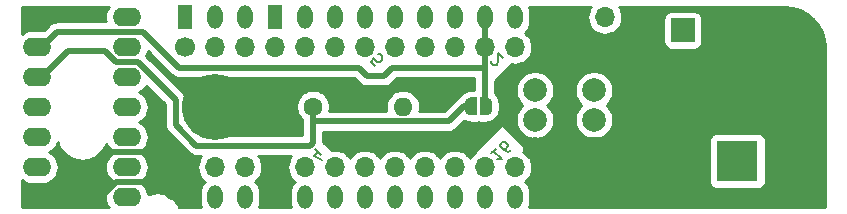
<source format=gbr>
G04 #@! TF.GenerationSoftware,KiCad,Pcbnew,(5.1.4)-1*
G04 #@! TF.CreationDate,2019-11-22T14:09:29+01:00*
G04 #@! TF.ProjectId,ArtNetNode1.3,4172744e-6574-44e6-9f64-65312e332e6b,rev?*
G04 #@! TF.SameCoordinates,Original*
G04 #@! TF.FileFunction,Copper,L2,Bot*
G04 #@! TF.FilePolarity,Positive*
%FSLAX46Y46*%
G04 Gerber Fmt 4.6, Leading zero omitted, Abs format (unit mm)*
G04 Created by KiCad (PCBNEW (5.1.4)-1) date 2019-11-22 14:09:29*
%MOMM*%
%LPD*%
G04 APERTURE LIST*
%ADD10C,0.150000*%
%ADD11O,1.700000X1.700000*%
%ADD12R,1.700000X1.700000*%
%ADD13C,2.000000*%
%ADD14R,2.000000X2.000000*%
%ADD15C,5.600000*%
%ADD16O,1.300000X2.000000*%
%ADD17R,1.300000X2.000000*%
%ADD18C,1.700000*%
%ADD19R,3.500000X3.500000*%
%ADD20C,0.100000*%
%ADD21C,3.000000*%
%ADD22C,3.500000*%
%ADD23C,1.600000*%
%ADD24O,1.600000X1.600000*%
%ADD25R,2.400000X1.600000*%
%ADD26O,2.400000X1.600000*%
%ADD27C,0.500000*%
%ADD28C,0.800000*%
%ADD29C,0.508000*%
%ADD30C,0.762000*%
%ADD31C,0.254000*%
G04 APERTURE END LIST*
D10*
X186746870Y-70096175D02*
X186275465Y-69624770D01*
X186847885Y-70533908D02*
X186174450Y-70197190D01*
X186612183Y-69759457D01*
X201582809Y-69557427D02*
X201178748Y-69961488D01*
X201380778Y-69759457D02*
X202087885Y-70466564D01*
X201919526Y-70432892D01*
X201784839Y-70432892D01*
X201683824Y-70466564D01*
X202896007Y-69658442D02*
X202761320Y-69793129D01*
X202660305Y-69826801D01*
X202592961Y-69826801D01*
X202424603Y-69793129D01*
X202256244Y-69692114D01*
X201986870Y-69422740D01*
X201953198Y-69321725D01*
X201953198Y-69254381D01*
X201986870Y-69153366D01*
X202121557Y-69018679D01*
X202222572Y-68985007D01*
X202289916Y-68985007D01*
X202390931Y-69018679D01*
X202559290Y-69187038D01*
X202592961Y-69288053D01*
X202592961Y-69355396D01*
X202559290Y-69456412D01*
X202424603Y-69591099D01*
X202323587Y-69624770D01*
X202256244Y-69624770D01*
X202155229Y-69591099D01*
X201178748Y-62118511D02*
X201178748Y-62185855D01*
X201212420Y-62286870D01*
X201380778Y-62455229D01*
X201481794Y-62488900D01*
X201549137Y-62488900D01*
X201650152Y-62455229D01*
X201717496Y-62387885D01*
X201784839Y-62253198D01*
X201784839Y-61445076D01*
X202222572Y-61882809D01*
X191321794Y-62556244D02*
X190985076Y-62219526D01*
X191288122Y-61849137D01*
X191288122Y-61916481D01*
X191321794Y-62017496D01*
X191490152Y-62185855D01*
X191591168Y-62219526D01*
X191658511Y-62219526D01*
X191759526Y-62185855D01*
X191927885Y-62017496D01*
X191961557Y-61916481D01*
X191961557Y-61849137D01*
X191927885Y-61748122D01*
X191759526Y-61579763D01*
X191658511Y-61546091D01*
X191591168Y-61546091D01*
D11*
X210820000Y-58420000D03*
D12*
X208280000Y-58420000D03*
D11*
X175260000Y-71120000D03*
X177800000Y-71120000D03*
X180340000Y-71120000D03*
X182880000Y-71120000D03*
X185420000Y-71120000D03*
X187960000Y-71120000D03*
X190500000Y-71120000D03*
X193040000Y-71120000D03*
X195580000Y-71120000D03*
X198120000Y-71120000D03*
X200660000Y-71120000D03*
X203200000Y-71120000D03*
D13*
X209900000Y-64620000D03*
X209900000Y-67120000D03*
D14*
X209900000Y-69620000D03*
D13*
X204900000Y-69620000D03*
X204900000Y-67120000D03*
X204900000Y-64620000D03*
D14*
X217410000Y-59540000D03*
D13*
X217410000Y-64540000D03*
D15*
X177800000Y-66040000D03*
D16*
X193050000Y-58420000D03*
X195590000Y-58420000D03*
X190510000Y-58420000D03*
X177810000Y-58420000D03*
X180350000Y-58420000D03*
D17*
X182890000Y-58420000D03*
D16*
X187970000Y-58420000D03*
X185430000Y-58420000D03*
X185430000Y-73660000D03*
X187970000Y-73660000D03*
X200670000Y-58420000D03*
X190510000Y-73660000D03*
X193050000Y-73660000D03*
X203210000Y-73660000D03*
X195590000Y-73660000D03*
X203210000Y-58420000D03*
X200670000Y-73660000D03*
D17*
X175270000Y-58420000D03*
D16*
X198130000Y-73660000D03*
X198130000Y-58420000D03*
D17*
X182890000Y-73660000D03*
D16*
X180350000Y-73660000D03*
X177810000Y-73660000D03*
D17*
X175270000Y-73660000D03*
D11*
X203200000Y-60960000D03*
X200660000Y-60960000D03*
X198120000Y-60960000D03*
X195580000Y-60960000D03*
X193040000Y-60960000D03*
X190500000Y-60960000D03*
X187960000Y-60960000D03*
X185420000Y-60960000D03*
X182880000Y-60960000D03*
X180340000Y-60960000D03*
X177800000Y-60960000D03*
D18*
X175260000Y-60960000D03*
D15*
X215265000Y-71755000D03*
X226060000Y-60960000D03*
D19*
X222044000Y-70612000D03*
D20*
G36*
X228867513Y-68865611D02*
G01*
X228940318Y-68876411D01*
X229011714Y-68894295D01*
X229081013Y-68919090D01*
X229147548Y-68950559D01*
X229210678Y-68988398D01*
X229269795Y-69032242D01*
X229324330Y-69081670D01*
X229373758Y-69136205D01*
X229417602Y-69195322D01*
X229455441Y-69258452D01*
X229486910Y-69324987D01*
X229511705Y-69394286D01*
X229529589Y-69465682D01*
X229540389Y-69538487D01*
X229544000Y-69612000D01*
X229544000Y-71612000D01*
X229540389Y-71685513D01*
X229529589Y-71758318D01*
X229511705Y-71829714D01*
X229486910Y-71899013D01*
X229455441Y-71965548D01*
X229417602Y-72028678D01*
X229373758Y-72087795D01*
X229324330Y-72142330D01*
X229269795Y-72191758D01*
X229210678Y-72235602D01*
X229147548Y-72273441D01*
X229081013Y-72304910D01*
X229011714Y-72329705D01*
X228940318Y-72347589D01*
X228867513Y-72358389D01*
X228794000Y-72362000D01*
X227294000Y-72362000D01*
X227220487Y-72358389D01*
X227147682Y-72347589D01*
X227076286Y-72329705D01*
X227006987Y-72304910D01*
X226940452Y-72273441D01*
X226877322Y-72235602D01*
X226818205Y-72191758D01*
X226763670Y-72142330D01*
X226714242Y-72087795D01*
X226670398Y-72028678D01*
X226632559Y-71965548D01*
X226601090Y-71899013D01*
X226576295Y-71829714D01*
X226558411Y-71758318D01*
X226547611Y-71685513D01*
X226544000Y-71612000D01*
X226544000Y-69612000D01*
X226547611Y-69538487D01*
X226558411Y-69465682D01*
X226576295Y-69394286D01*
X226601090Y-69324987D01*
X226632559Y-69258452D01*
X226670398Y-69195322D01*
X226714242Y-69136205D01*
X226763670Y-69081670D01*
X226818205Y-69032242D01*
X226877322Y-68988398D01*
X226940452Y-68950559D01*
X227006987Y-68919090D01*
X227076286Y-68894295D01*
X227147682Y-68876411D01*
X227220487Y-68865611D01*
X227294000Y-68862000D01*
X228794000Y-68862000D01*
X228867513Y-68865611D01*
X228867513Y-68865611D01*
G37*
D21*
X228044000Y-70612000D03*
D20*
G36*
X226004765Y-64166213D02*
G01*
X226089704Y-64178813D01*
X226172999Y-64199677D01*
X226253848Y-64228605D01*
X226331472Y-64265319D01*
X226405124Y-64309464D01*
X226474094Y-64360616D01*
X226537718Y-64418282D01*
X226595384Y-64481906D01*
X226646536Y-64550876D01*
X226690681Y-64624528D01*
X226727395Y-64702152D01*
X226756323Y-64783001D01*
X226777187Y-64866296D01*
X226789787Y-64951235D01*
X226794000Y-65037000D01*
X226794000Y-66787000D01*
X226789787Y-66872765D01*
X226777187Y-66957704D01*
X226756323Y-67040999D01*
X226727395Y-67121848D01*
X226690681Y-67199472D01*
X226646536Y-67273124D01*
X226595384Y-67342094D01*
X226537718Y-67405718D01*
X226474094Y-67463384D01*
X226405124Y-67514536D01*
X226331472Y-67558681D01*
X226253848Y-67595395D01*
X226172999Y-67624323D01*
X226089704Y-67645187D01*
X226004765Y-67657787D01*
X225919000Y-67662000D01*
X224169000Y-67662000D01*
X224083235Y-67657787D01*
X223998296Y-67645187D01*
X223915001Y-67624323D01*
X223834152Y-67595395D01*
X223756528Y-67558681D01*
X223682876Y-67514536D01*
X223613906Y-67463384D01*
X223550282Y-67405718D01*
X223492616Y-67342094D01*
X223441464Y-67273124D01*
X223397319Y-67199472D01*
X223360605Y-67121848D01*
X223331677Y-67040999D01*
X223310813Y-66957704D01*
X223298213Y-66872765D01*
X223294000Y-66787000D01*
X223294000Y-65037000D01*
X223298213Y-64951235D01*
X223310813Y-64866296D01*
X223331677Y-64783001D01*
X223360605Y-64702152D01*
X223397319Y-64624528D01*
X223441464Y-64550876D01*
X223492616Y-64481906D01*
X223550282Y-64418282D01*
X223613906Y-64360616D01*
X223682876Y-64309464D01*
X223756528Y-64265319D01*
X223834152Y-64228605D01*
X223915001Y-64199677D01*
X223998296Y-64178813D01*
X224083235Y-64166213D01*
X224169000Y-64162000D01*
X225919000Y-64162000D01*
X226004765Y-64166213D01*
X226004765Y-64166213D01*
G37*
D22*
X225044000Y-65912000D03*
D23*
X186093800Y-65997600D03*
D24*
X193713800Y-65997600D03*
D25*
X162725800Y-58420000D03*
D26*
X170345800Y-73660000D03*
X162725800Y-60960000D03*
X170345800Y-71120000D03*
X162725800Y-63500000D03*
X170345800Y-68580000D03*
X162725800Y-66040000D03*
X170345800Y-66040000D03*
X162725800Y-68580000D03*
X170345800Y-63500000D03*
X162725800Y-71120000D03*
X170345800Y-60960000D03*
X162725800Y-73660000D03*
X170345800Y-58420000D03*
D27*
X199470000Y-65970000D03*
D20*
G36*
X199970000Y-66720000D02*
G01*
X199470000Y-66720000D01*
X199470000Y-66719398D01*
X199445466Y-66719398D01*
X199396635Y-66714588D01*
X199348510Y-66705016D01*
X199301555Y-66690772D01*
X199256222Y-66671995D01*
X199212949Y-66648864D01*
X199172150Y-66621604D01*
X199134221Y-66590476D01*
X199099524Y-66555779D01*
X199068396Y-66517850D01*
X199041136Y-66477051D01*
X199018005Y-66433778D01*
X198999228Y-66388445D01*
X198984984Y-66341490D01*
X198975412Y-66293365D01*
X198970602Y-66244534D01*
X198970602Y-66220000D01*
X198970000Y-66220000D01*
X198970000Y-65720000D01*
X198970602Y-65720000D01*
X198970602Y-65695466D01*
X198975412Y-65646635D01*
X198984984Y-65598510D01*
X198999228Y-65551555D01*
X199018005Y-65506222D01*
X199041136Y-65462949D01*
X199068396Y-65422150D01*
X199099524Y-65384221D01*
X199134221Y-65349524D01*
X199172150Y-65318396D01*
X199212949Y-65291136D01*
X199256222Y-65268005D01*
X199301555Y-65249228D01*
X199348510Y-65234984D01*
X199396635Y-65225412D01*
X199445466Y-65220602D01*
X199470000Y-65220602D01*
X199470000Y-65220000D01*
X199970000Y-65220000D01*
X199970000Y-66720000D01*
X199970000Y-66720000D01*
G37*
D27*
X200770000Y-65970000D03*
D20*
G36*
X200770000Y-65220602D02*
G01*
X200794534Y-65220602D01*
X200843365Y-65225412D01*
X200891490Y-65234984D01*
X200938445Y-65249228D01*
X200983778Y-65268005D01*
X201027051Y-65291136D01*
X201067850Y-65318396D01*
X201105779Y-65349524D01*
X201140476Y-65384221D01*
X201171604Y-65422150D01*
X201198864Y-65462949D01*
X201221995Y-65506222D01*
X201240772Y-65551555D01*
X201255016Y-65598510D01*
X201264588Y-65646635D01*
X201269398Y-65695466D01*
X201269398Y-65720000D01*
X201270000Y-65720000D01*
X201270000Y-66220000D01*
X201269398Y-66220000D01*
X201269398Y-66244534D01*
X201264588Y-66293365D01*
X201255016Y-66341490D01*
X201240772Y-66388445D01*
X201221995Y-66433778D01*
X201198864Y-66477051D01*
X201171604Y-66517850D01*
X201140476Y-66555779D01*
X201105779Y-66590476D01*
X201067850Y-66621604D01*
X201027051Y-66648864D01*
X200983778Y-66671995D01*
X200938445Y-66690772D01*
X200891490Y-66705016D01*
X200843365Y-66714588D01*
X200794534Y-66719398D01*
X200770000Y-66719398D01*
X200770000Y-66720000D01*
X200270000Y-66720000D01*
X200270000Y-65220000D01*
X200770000Y-65220000D01*
X200770000Y-65220602D01*
X200770000Y-65220602D01*
G37*
D28*
X182626000Y-66548000D03*
X182626000Y-65278000D03*
X183896000Y-66548000D03*
X183896000Y-65278000D03*
D29*
X162725800Y-63483000D02*
X163125800Y-63483000D01*
X186093800Y-67128970D02*
X186093800Y-65997600D01*
X176238079Y-69294001D02*
X185858102Y-69294001D01*
X186093800Y-69058303D02*
X186093800Y-67128970D01*
X162725800Y-63500000D02*
X163125800Y-63500000D01*
X174466733Y-67522655D02*
X176238079Y-69294001D01*
X163125800Y-63500000D02*
X165329376Y-61296424D01*
X165329376Y-61296424D02*
X168496424Y-61296424D01*
X174466733Y-65447496D02*
X174466733Y-67522655D01*
X168496424Y-61296424D02*
X169445990Y-62245990D01*
X185858102Y-69294001D02*
X186093800Y-69058303D01*
X169445990Y-62245990D02*
X171265227Y-62245990D01*
X171265227Y-62245990D02*
X174466733Y-65447496D01*
X186216431Y-67251601D02*
X186093800Y-67128970D01*
X197588399Y-67251601D02*
X186216431Y-67251601D01*
X199470000Y-65970000D02*
X198870000Y-65970000D01*
X198870000Y-65970000D02*
X197588399Y-67251601D01*
X174112000Y-73660000D02*
X175270000Y-73660000D01*
X172857990Y-72405990D02*
X174112000Y-73660000D01*
X169426373Y-72405990D02*
X172857990Y-72405990D01*
X168172363Y-73660000D02*
X169426373Y-72405990D01*
X162725800Y-73660000D02*
X168172363Y-73660000D01*
X164433800Y-73660000D02*
X162725800Y-73660000D01*
X164592000Y-73660000D02*
X164433800Y-73660000D01*
X168386010Y-69865990D02*
X164592000Y-73660000D01*
X174005990Y-69865990D02*
X168386010Y-69865990D01*
X175260000Y-71120000D02*
X174005990Y-69865990D01*
D30*
X182118000Y-66040000D02*
X182626000Y-66548000D01*
X177800000Y-66040000D02*
X182118000Y-66040000D01*
X177800000Y-66040000D02*
X179578000Y-66040000D01*
X179578000Y-66040000D02*
X181102000Y-64516000D01*
X181864000Y-64516000D02*
X182626000Y-65278000D01*
X181102000Y-64516000D02*
X181864000Y-64516000D01*
X177800000Y-66040000D02*
X179324000Y-66040000D01*
X181102000Y-67818000D02*
X182626000Y-67818000D01*
X179324000Y-66040000D02*
X181102000Y-67818000D01*
D29*
X200670000Y-58770000D02*
X200670000Y-58420000D01*
X200648000Y-58442000D02*
X200670000Y-58420000D01*
X200648000Y-60054000D02*
X200648000Y-58442000D01*
X200648000Y-61578000D02*
X200648000Y-60054000D01*
X200648000Y-65642000D02*
X200902000Y-65896000D01*
X200648000Y-61578000D02*
X200648000Y-62692000D01*
X192838000Y-62692000D02*
X200648000Y-62692000D01*
X192130000Y-63400000D02*
X192838000Y-62692000D01*
X190670000Y-63400000D02*
X192130000Y-63400000D01*
X163125800Y-60960000D02*
X164411790Y-59674010D01*
X164411790Y-59674010D02*
X171734010Y-59674010D01*
X171734010Y-59674010D02*
X174760000Y-62700000D01*
X174760000Y-62700000D02*
X189970000Y-62700000D01*
X162725800Y-60960000D02*
X163125800Y-60960000D01*
X189970000Y-62700000D02*
X190670000Y-63400000D01*
X200648000Y-62692000D02*
X200648000Y-65970000D01*
D31*
G36*
X173577733Y-65815732D02*
G01*
X173577734Y-67478985D01*
X173573433Y-67522655D01*
X173590597Y-67696929D01*
X173641431Y-67864507D01*
X173723981Y-68018946D01*
X173787732Y-68096626D01*
X173835075Y-68154314D01*
X173868992Y-68182149D01*
X175578585Y-69891743D01*
X175606420Y-69925660D01*
X175640337Y-69953495D01*
X175640338Y-69953496D01*
X175660789Y-69970280D01*
X175741788Y-70036754D01*
X175896228Y-70119304D01*
X176012971Y-70154717D01*
X176063804Y-70170137D01*
X176238079Y-70187302D01*
X176281747Y-70183001D01*
X176647915Y-70183001D01*
X176559294Y-70290986D01*
X176421401Y-70548966D01*
X176336487Y-70828889D01*
X176307815Y-71120000D01*
X176336487Y-71411111D01*
X176421401Y-71691034D01*
X176559294Y-71949014D01*
X176744866Y-72175134D01*
X176956074Y-72348468D01*
X176896972Y-72396972D01*
X176736392Y-72592639D01*
X176617071Y-72815874D01*
X176543593Y-73058097D01*
X176525000Y-73246878D01*
X176525000Y-74073123D01*
X176543593Y-74261904D01*
X176617071Y-74504127D01*
X176627693Y-74524000D01*
X174783055Y-74524000D01*
X174770408Y-74484131D01*
X174746868Y-74429209D01*
X174724048Y-74373842D01*
X174719664Y-74365736D01*
X174600256Y-74148534D01*
X174566457Y-74099171D01*
X174533357Y-74049352D01*
X174527483Y-74042252D01*
X174368161Y-73852379D01*
X174325412Y-73810516D01*
X174283273Y-73768082D01*
X174276132Y-73762258D01*
X174082965Y-73606947D01*
X174032901Y-73574186D01*
X173983315Y-73540740D01*
X173975186Y-73536418D01*
X173975181Y-73536415D01*
X173975176Y-73536413D01*
X173755524Y-73421582D01*
X173700058Y-73399173D01*
X173644919Y-73375994D01*
X173636097Y-73373330D01*
X173398321Y-73303348D01*
X173339559Y-73292139D01*
X173280962Y-73280110D01*
X173271791Y-73279211D01*
X173024951Y-73256747D01*
X172965135Y-73257165D01*
X172905318Y-73256747D01*
X172896147Y-73257646D01*
X172649644Y-73283554D01*
X172591028Y-73295586D01*
X172532284Y-73306792D01*
X172523462Y-73309456D01*
X172286686Y-73382751D01*
X172231555Y-73405926D01*
X172176080Y-73428339D01*
X172167944Y-73432666D01*
X172165483Y-73433997D01*
X172160036Y-73378691D01*
X172077982Y-73108192D01*
X171944732Y-72858899D01*
X171765408Y-72640392D01*
X171546901Y-72461068D01*
X171413942Y-72390000D01*
X171546901Y-72318932D01*
X171765408Y-72139608D01*
X171944732Y-71921101D01*
X172077982Y-71671808D01*
X172160036Y-71401309D01*
X172187743Y-71120000D01*
X172160036Y-70838691D01*
X172077982Y-70568192D01*
X171944732Y-70318899D01*
X171765408Y-70100392D01*
X171546901Y-69921068D01*
X171413942Y-69850000D01*
X171546901Y-69778932D01*
X171765408Y-69599608D01*
X171944732Y-69381101D01*
X172077982Y-69131808D01*
X172160036Y-68861309D01*
X172187743Y-68580000D01*
X172160036Y-68298691D01*
X172077982Y-68028192D01*
X171944732Y-67778899D01*
X171765408Y-67560392D01*
X171546901Y-67381068D01*
X171413942Y-67310000D01*
X171546901Y-67238932D01*
X171765408Y-67059608D01*
X171944732Y-66841101D01*
X172077982Y-66591808D01*
X172160036Y-66321309D01*
X172187743Y-66040000D01*
X172160036Y-65758691D01*
X172077982Y-65488192D01*
X171944732Y-65238899D01*
X171765408Y-65020392D01*
X171546901Y-64841068D01*
X171413942Y-64770000D01*
X171546901Y-64698932D01*
X171765408Y-64519608D01*
X171944732Y-64301101D01*
X171985964Y-64223962D01*
X173577733Y-65815732D01*
X173577733Y-65815732D01*
G37*
X173577733Y-65815732D02*
X173577734Y-67478985D01*
X173573433Y-67522655D01*
X173590597Y-67696929D01*
X173641431Y-67864507D01*
X173723981Y-68018946D01*
X173787732Y-68096626D01*
X173835075Y-68154314D01*
X173868992Y-68182149D01*
X175578585Y-69891743D01*
X175606420Y-69925660D01*
X175640337Y-69953495D01*
X175640338Y-69953496D01*
X175660789Y-69970280D01*
X175741788Y-70036754D01*
X175896228Y-70119304D01*
X176012971Y-70154717D01*
X176063804Y-70170137D01*
X176238079Y-70187302D01*
X176281747Y-70183001D01*
X176647915Y-70183001D01*
X176559294Y-70290986D01*
X176421401Y-70548966D01*
X176336487Y-70828889D01*
X176307815Y-71120000D01*
X176336487Y-71411111D01*
X176421401Y-71691034D01*
X176559294Y-71949014D01*
X176744866Y-72175134D01*
X176956074Y-72348468D01*
X176896972Y-72396972D01*
X176736392Y-72592639D01*
X176617071Y-72815874D01*
X176543593Y-73058097D01*
X176525000Y-73246878D01*
X176525000Y-74073123D01*
X176543593Y-74261904D01*
X176617071Y-74504127D01*
X176627693Y-74524000D01*
X174783055Y-74524000D01*
X174770408Y-74484131D01*
X174746868Y-74429209D01*
X174724048Y-74373842D01*
X174719664Y-74365736D01*
X174600256Y-74148534D01*
X174566457Y-74099171D01*
X174533357Y-74049352D01*
X174527483Y-74042252D01*
X174368161Y-73852379D01*
X174325412Y-73810516D01*
X174283273Y-73768082D01*
X174276132Y-73762258D01*
X174082965Y-73606947D01*
X174032901Y-73574186D01*
X173983315Y-73540740D01*
X173975186Y-73536418D01*
X173975181Y-73536415D01*
X173975176Y-73536413D01*
X173755524Y-73421582D01*
X173700058Y-73399173D01*
X173644919Y-73375994D01*
X173636097Y-73373330D01*
X173398321Y-73303348D01*
X173339559Y-73292139D01*
X173280962Y-73280110D01*
X173271791Y-73279211D01*
X173024951Y-73256747D01*
X172965135Y-73257165D01*
X172905318Y-73256747D01*
X172896147Y-73257646D01*
X172649644Y-73283554D01*
X172591028Y-73295586D01*
X172532284Y-73306792D01*
X172523462Y-73309456D01*
X172286686Y-73382751D01*
X172231555Y-73405926D01*
X172176080Y-73428339D01*
X172167944Y-73432666D01*
X172165483Y-73433997D01*
X172160036Y-73378691D01*
X172077982Y-73108192D01*
X171944732Y-72858899D01*
X171765408Y-72640392D01*
X171546901Y-72461068D01*
X171413942Y-72390000D01*
X171546901Y-72318932D01*
X171765408Y-72139608D01*
X171944732Y-71921101D01*
X172077982Y-71671808D01*
X172160036Y-71401309D01*
X172187743Y-71120000D01*
X172160036Y-70838691D01*
X172077982Y-70568192D01*
X171944732Y-70318899D01*
X171765408Y-70100392D01*
X171546901Y-69921068D01*
X171413942Y-69850000D01*
X171546901Y-69778932D01*
X171765408Y-69599608D01*
X171944732Y-69381101D01*
X172077982Y-69131808D01*
X172160036Y-68861309D01*
X172187743Y-68580000D01*
X172160036Y-68298691D01*
X172077982Y-68028192D01*
X171944732Y-67778899D01*
X171765408Y-67560392D01*
X171546901Y-67381068D01*
X171413942Y-67310000D01*
X171546901Y-67238932D01*
X171765408Y-67059608D01*
X171944732Y-66841101D01*
X172077982Y-66591808D01*
X172160036Y-66321309D01*
X172187743Y-66040000D01*
X172160036Y-65758691D01*
X172077982Y-65488192D01*
X171944732Y-65238899D01*
X171765408Y-65020392D01*
X171546901Y-64841068D01*
X171413942Y-64770000D01*
X171546901Y-64698932D01*
X171765408Y-64519608D01*
X171944732Y-64301101D01*
X171985964Y-64223962D01*
X173577733Y-65815732D01*
G36*
X184179294Y-70290986D02*
G01*
X184041401Y-70548966D01*
X183956487Y-70828889D01*
X183927815Y-71120000D01*
X183956487Y-71411111D01*
X184041401Y-71691034D01*
X184179294Y-71949014D01*
X184364866Y-72175134D01*
X184576074Y-72348468D01*
X184516972Y-72396972D01*
X184356392Y-72592639D01*
X184237071Y-72815874D01*
X184163593Y-73058097D01*
X184145000Y-73246878D01*
X184145000Y-74073123D01*
X184163593Y-74261904D01*
X184237071Y-74504127D01*
X184247693Y-74524000D01*
X181532307Y-74524000D01*
X181542929Y-74504127D01*
X181616407Y-74261903D01*
X181635000Y-74073122D01*
X181635000Y-73246877D01*
X181616407Y-73058096D01*
X181542929Y-72815873D01*
X181423608Y-72592638D01*
X181263028Y-72396972D01*
X181193926Y-72340261D01*
X181395134Y-72175134D01*
X181580706Y-71949014D01*
X181718599Y-71691034D01*
X181803513Y-71411111D01*
X181832185Y-71120000D01*
X181803513Y-70828889D01*
X181718599Y-70548966D01*
X181580706Y-70290986D01*
X181492085Y-70183001D01*
X184267915Y-70183001D01*
X184179294Y-70290986D01*
X184179294Y-70290986D01*
G37*
X184179294Y-70290986D02*
X184041401Y-70548966D01*
X183956487Y-70828889D01*
X183927815Y-71120000D01*
X183956487Y-71411111D01*
X184041401Y-71691034D01*
X184179294Y-71949014D01*
X184364866Y-72175134D01*
X184576074Y-72348468D01*
X184516972Y-72396972D01*
X184356392Y-72592639D01*
X184237071Y-72815874D01*
X184163593Y-73058097D01*
X184145000Y-73246878D01*
X184145000Y-74073123D01*
X184163593Y-74261904D01*
X184237071Y-74504127D01*
X184247693Y-74524000D01*
X181532307Y-74524000D01*
X181542929Y-74504127D01*
X181616407Y-74261903D01*
X181635000Y-74073122D01*
X181635000Y-73246877D01*
X181616407Y-73058096D01*
X181542929Y-72815873D01*
X181423608Y-72592638D01*
X181263028Y-72396972D01*
X181193926Y-72340261D01*
X181395134Y-72175134D01*
X181580706Y-71949014D01*
X181718599Y-71691034D01*
X181803513Y-71411111D01*
X181832185Y-71120000D01*
X181803513Y-70828889D01*
X181718599Y-70548966D01*
X181580706Y-70290986D01*
X181492085Y-70183001D01*
X184267915Y-70183001D01*
X184179294Y-70290986D01*
G36*
X164533872Y-69185132D02*
G01*
X164557450Y-69240142D01*
X164580232Y-69295417D01*
X164584615Y-69303523D01*
X164727904Y-69564166D01*
X164761692Y-69613513D01*
X164794804Y-69663350D01*
X164800678Y-69670450D01*
X164991864Y-69898296D01*
X165034561Y-69940107D01*
X165076753Y-69982595D01*
X165083894Y-69988419D01*
X165315695Y-70174792D01*
X165365742Y-70207542D01*
X165415343Y-70240998D01*
X165423479Y-70245324D01*
X165687066Y-70383123D01*
X165742508Y-70405522D01*
X165797672Y-70428712D01*
X165806494Y-70431375D01*
X166091824Y-70515353D01*
X166150578Y-70526561D01*
X166209182Y-70538591D01*
X166218354Y-70539490D01*
X166514561Y-70566447D01*
X166574379Y-70566029D01*
X166634196Y-70566447D01*
X166643367Y-70565548D01*
X166939171Y-70534458D01*
X166997768Y-70522429D01*
X167056530Y-70511220D01*
X167065352Y-70508556D01*
X167349483Y-70420602D01*
X167404615Y-70397427D01*
X167460089Y-70375014D01*
X167468226Y-70370687D01*
X167729862Y-70229221D01*
X167779429Y-70195788D01*
X167829508Y-70163017D01*
X167836649Y-70157193D01*
X168065824Y-69967603D01*
X168107946Y-69925185D01*
X168150716Y-69883303D01*
X168156590Y-69876202D01*
X168344576Y-69645708D01*
X168377691Y-69595866D01*
X168411475Y-69546526D01*
X168415858Y-69538419D01*
X168555494Y-69275801D01*
X168578288Y-69220499D01*
X168601854Y-69165516D01*
X168604579Y-69156713D01*
X168612856Y-69129297D01*
X168613618Y-69131808D01*
X168746868Y-69381101D01*
X168926192Y-69599608D01*
X169144699Y-69778932D01*
X169277658Y-69850000D01*
X169144699Y-69921068D01*
X168926192Y-70100392D01*
X168746868Y-70318899D01*
X168613618Y-70568192D01*
X168531564Y-70838691D01*
X168503857Y-71120000D01*
X168531564Y-71401309D01*
X168613618Y-71671808D01*
X168746868Y-71921101D01*
X168926192Y-72139608D01*
X169144699Y-72318932D01*
X169277658Y-72390000D01*
X169144699Y-72461068D01*
X168926192Y-72640392D01*
X168746868Y-72858899D01*
X168613618Y-73108192D01*
X168531564Y-73378691D01*
X168503857Y-73660000D01*
X168531564Y-73941309D01*
X168613618Y-74211808D01*
X168746868Y-74461101D01*
X168798488Y-74524000D01*
X161442000Y-74524000D01*
X161442000Y-72251063D01*
X161524699Y-72318932D01*
X161773992Y-72452182D01*
X162044491Y-72534236D01*
X162255308Y-72555000D01*
X163196292Y-72555000D01*
X163407109Y-72534236D01*
X163677608Y-72452182D01*
X163926901Y-72318932D01*
X164145408Y-72139608D01*
X164324732Y-71921101D01*
X164457982Y-71671808D01*
X164540036Y-71401309D01*
X164567743Y-71120000D01*
X164540036Y-70838691D01*
X164457982Y-70568192D01*
X164324732Y-70318899D01*
X164145408Y-70100392D01*
X163926901Y-69921068D01*
X163793942Y-69850000D01*
X163926901Y-69778932D01*
X164145408Y-69599608D01*
X164324732Y-69381101D01*
X164457982Y-69131808D01*
X164486810Y-69036774D01*
X164533872Y-69185132D01*
X164533872Y-69185132D01*
G37*
X164533872Y-69185132D02*
X164557450Y-69240142D01*
X164580232Y-69295417D01*
X164584615Y-69303523D01*
X164727904Y-69564166D01*
X164761692Y-69613513D01*
X164794804Y-69663350D01*
X164800678Y-69670450D01*
X164991864Y-69898296D01*
X165034561Y-69940107D01*
X165076753Y-69982595D01*
X165083894Y-69988419D01*
X165315695Y-70174792D01*
X165365742Y-70207542D01*
X165415343Y-70240998D01*
X165423479Y-70245324D01*
X165687066Y-70383123D01*
X165742508Y-70405522D01*
X165797672Y-70428712D01*
X165806494Y-70431375D01*
X166091824Y-70515353D01*
X166150578Y-70526561D01*
X166209182Y-70538591D01*
X166218354Y-70539490D01*
X166514561Y-70566447D01*
X166574379Y-70566029D01*
X166634196Y-70566447D01*
X166643367Y-70565548D01*
X166939171Y-70534458D01*
X166997768Y-70522429D01*
X167056530Y-70511220D01*
X167065352Y-70508556D01*
X167349483Y-70420602D01*
X167404615Y-70397427D01*
X167460089Y-70375014D01*
X167468226Y-70370687D01*
X167729862Y-70229221D01*
X167779429Y-70195788D01*
X167829508Y-70163017D01*
X167836649Y-70157193D01*
X168065824Y-69967603D01*
X168107946Y-69925185D01*
X168150716Y-69883303D01*
X168156590Y-69876202D01*
X168344576Y-69645708D01*
X168377691Y-69595866D01*
X168411475Y-69546526D01*
X168415858Y-69538419D01*
X168555494Y-69275801D01*
X168578288Y-69220499D01*
X168601854Y-69165516D01*
X168604579Y-69156713D01*
X168612856Y-69129297D01*
X168613618Y-69131808D01*
X168746868Y-69381101D01*
X168926192Y-69599608D01*
X169144699Y-69778932D01*
X169277658Y-69850000D01*
X169144699Y-69921068D01*
X168926192Y-70100392D01*
X168746868Y-70318899D01*
X168613618Y-70568192D01*
X168531564Y-70838691D01*
X168503857Y-71120000D01*
X168531564Y-71401309D01*
X168613618Y-71671808D01*
X168746868Y-71921101D01*
X168926192Y-72139608D01*
X169144699Y-72318932D01*
X169277658Y-72390000D01*
X169144699Y-72461068D01*
X168926192Y-72640392D01*
X168746868Y-72858899D01*
X168613618Y-73108192D01*
X168531564Y-73378691D01*
X168503857Y-73660000D01*
X168531564Y-73941309D01*
X168613618Y-74211808D01*
X168746868Y-74461101D01*
X168798488Y-74524000D01*
X161442000Y-74524000D01*
X161442000Y-72251063D01*
X161524699Y-72318932D01*
X161773992Y-72452182D01*
X162044491Y-72534236D01*
X162255308Y-72555000D01*
X163196292Y-72555000D01*
X163407109Y-72534236D01*
X163677608Y-72452182D01*
X163926901Y-72318932D01*
X164145408Y-72139608D01*
X164324732Y-71921101D01*
X164457982Y-71671808D01*
X164540036Y-71401309D01*
X164567743Y-71120000D01*
X164540036Y-70838691D01*
X164457982Y-70568192D01*
X164324732Y-70318899D01*
X164145408Y-70100392D01*
X163926901Y-69921068D01*
X163793942Y-69850000D01*
X163926901Y-69778932D01*
X164145408Y-69599608D01*
X164324732Y-69381101D01*
X164457982Y-69131808D01*
X164486810Y-69036774D01*
X164533872Y-69185132D01*
G36*
X209579294Y-57590986D02*
G01*
X209441401Y-57848966D01*
X209356487Y-58128889D01*
X209327815Y-58420000D01*
X209356487Y-58711111D01*
X209441401Y-58991034D01*
X209579294Y-59249014D01*
X209764866Y-59475134D01*
X209990986Y-59660706D01*
X210248966Y-59798599D01*
X210528889Y-59883513D01*
X210747050Y-59905000D01*
X210892950Y-59905000D01*
X211111111Y-59883513D01*
X211391034Y-59798599D01*
X211649014Y-59660706D01*
X211875134Y-59475134D01*
X212060706Y-59249014D01*
X212198599Y-58991034D01*
X212283513Y-58711111D01*
X212300366Y-58540000D01*
X215771928Y-58540000D01*
X215771928Y-60540000D01*
X215784188Y-60664482D01*
X215820498Y-60784180D01*
X215879463Y-60894494D01*
X215958815Y-60991185D01*
X216055506Y-61070537D01*
X216165820Y-61129502D01*
X216285518Y-61165812D01*
X216410000Y-61178072D01*
X218410000Y-61178072D01*
X218534482Y-61165812D01*
X218654180Y-61129502D01*
X218764494Y-61070537D01*
X218861185Y-60991185D01*
X218940537Y-60894494D01*
X218999502Y-60784180D01*
X219035812Y-60664482D01*
X219048072Y-60540000D01*
X219048072Y-58540000D01*
X219035812Y-58415518D01*
X218999502Y-58295820D01*
X218940537Y-58185506D01*
X218861185Y-58088815D01*
X218764494Y-58009463D01*
X218654180Y-57950498D01*
X218534482Y-57914188D01*
X218410000Y-57901928D01*
X216410000Y-57901928D01*
X216285518Y-57914188D01*
X216165820Y-57950498D01*
X216055506Y-58009463D01*
X215958815Y-58088815D01*
X215879463Y-58185506D01*
X215820498Y-58295820D01*
X215784188Y-58415518D01*
X215771928Y-58540000D01*
X212300366Y-58540000D01*
X212312185Y-58420000D01*
X212283513Y-58128889D01*
X212198599Y-57848966D01*
X212060706Y-57590986D01*
X212031994Y-57556000D01*
X226027721Y-57556000D01*
X226720558Y-57623933D01*
X227355960Y-57815772D01*
X227941994Y-58127373D01*
X228456347Y-58546870D01*
X228879419Y-59058275D01*
X229195104Y-59642123D01*
X229391375Y-60276170D01*
X229464000Y-60967155D01*
X229464001Y-74524000D01*
X204392307Y-74524000D01*
X204402929Y-74504127D01*
X204476407Y-74261903D01*
X204495000Y-74073122D01*
X204495000Y-73246877D01*
X204476407Y-73058096D01*
X204402929Y-72815873D01*
X204283608Y-72592638D01*
X204123028Y-72396972D01*
X204053926Y-72340261D01*
X204255134Y-72175134D01*
X204440706Y-71949014D01*
X204578599Y-71691034D01*
X204663513Y-71411111D01*
X204692185Y-71120000D01*
X204663513Y-70828889D01*
X204578599Y-70548966D01*
X204440706Y-70290986D01*
X204255134Y-70064866D01*
X204029014Y-69879294D01*
X203925387Y-69823905D01*
X204181595Y-69567697D01*
X203475898Y-68862000D01*
X219655928Y-68862000D01*
X219655928Y-72362000D01*
X219668188Y-72486482D01*
X219704498Y-72606180D01*
X219763463Y-72716494D01*
X219842815Y-72813185D01*
X219939506Y-72892537D01*
X220049820Y-72951502D01*
X220169518Y-72987812D01*
X220294000Y-73000072D01*
X223794000Y-73000072D01*
X223918482Y-72987812D01*
X224038180Y-72951502D01*
X224148494Y-72892537D01*
X224245185Y-72813185D01*
X224324537Y-72716494D01*
X224383502Y-72606180D01*
X224419812Y-72486482D01*
X224432072Y-72362000D01*
X224432072Y-68862000D01*
X224419812Y-68737518D01*
X224383502Y-68617820D01*
X224324537Y-68507506D01*
X224245185Y-68410815D01*
X224148494Y-68331463D01*
X224038180Y-68272498D01*
X223918482Y-68236188D01*
X223794000Y-68223928D01*
X220294000Y-68223928D01*
X220169518Y-68236188D01*
X220049820Y-68272498D01*
X219939506Y-68331463D01*
X219842815Y-68410815D01*
X219763463Y-68507506D01*
X219704498Y-68617820D01*
X219668188Y-68737518D01*
X219655928Y-68862000D01*
X203475898Y-68862000D01*
X202116843Y-67502945D01*
X199765882Y-69853907D01*
X199809172Y-69897197D01*
X199604866Y-70064866D01*
X199419294Y-70290986D01*
X199390000Y-70345791D01*
X199360706Y-70290986D01*
X199175134Y-70064866D01*
X198949014Y-69879294D01*
X198691034Y-69741401D01*
X198411111Y-69656487D01*
X198192950Y-69635000D01*
X198047050Y-69635000D01*
X197828889Y-69656487D01*
X197548966Y-69741401D01*
X197290986Y-69879294D01*
X197064866Y-70064866D01*
X196879294Y-70290986D01*
X196850000Y-70345791D01*
X196820706Y-70290986D01*
X196635134Y-70064866D01*
X196409014Y-69879294D01*
X196151034Y-69741401D01*
X195871111Y-69656487D01*
X195652950Y-69635000D01*
X195507050Y-69635000D01*
X195288889Y-69656487D01*
X195008966Y-69741401D01*
X194750986Y-69879294D01*
X194524866Y-70064866D01*
X194339294Y-70290986D01*
X194310000Y-70345791D01*
X194280706Y-70290986D01*
X194095134Y-70064866D01*
X193869014Y-69879294D01*
X193611034Y-69741401D01*
X193331111Y-69656487D01*
X193112950Y-69635000D01*
X192967050Y-69635000D01*
X192748889Y-69656487D01*
X192468966Y-69741401D01*
X192210986Y-69879294D01*
X191984866Y-70064866D01*
X191799294Y-70290986D01*
X191770000Y-70345791D01*
X191740706Y-70290986D01*
X191555134Y-70064866D01*
X191329014Y-69879294D01*
X191071034Y-69741401D01*
X190791111Y-69656487D01*
X190572950Y-69635000D01*
X190427050Y-69635000D01*
X190208889Y-69656487D01*
X189928966Y-69741401D01*
X189670986Y-69879294D01*
X189444866Y-70064866D01*
X189259294Y-70290986D01*
X189230000Y-70345791D01*
X189200706Y-70290986D01*
X189015134Y-70064866D01*
X188789014Y-69879294D01*
X188531034Y-69741401D01*
X188251111Y-69656487D01*
X188032950Y-69635000D01*
X187887050Y-69635000D01*
X187682203Y-69655176D01*
X186982800Y-68955773D01*
X186982800Y-68140601D01*
X197544739Y-68140601D01*
X197588399Y-68144901D01*
X197632059Y-68140601D01*
X197632066Y-68140601D01*
X197762673Y-68127737D01*
X197930250Y-68076904D01*
X198084690Y-67994354D01*
X198220058Y-67883260D01*
X198247898Y-67849337D01*
X198896706Y-67200530D01*
X198990125Y-67250464D01*
X199080681Y-67287973D01*
X199200377Y-67324282D01*
X199296510Y-67343404D01*
X199420991Y-67355664D01*
X199445550Y-67355664D01*
X199470000Y-67358072D01*
X199970000Y-67358072D01*
X200094482Y-67345812D01*
X200120000Y-67338071D01*
X200145518Y-67345812D01*
X200270000Y-67358072D01*
X200770000Y-67358072D01*
X200794450Y-67355664D01*
X200819009Y-67355664D01*
X200943490Y-67343404D01*
X201039623Y-67324282D01*
X201159319Y-67287973D01*
X201249875Y-67250464D01*
X201360192Y-67191498D01*
X201441691Y-67137042D01*
X201538382Y-67057690D01*
X201607690Y-66988382D01*
X201687042Y-66891691D01*
X201741498Y-66810192D01*
X201800464Y-66699875D01*
X201837973Y-66609319D01*
X201874282Y-66489623D01*
X201893404Y-66393490D01*
X201905664Y-66269009D01*
X201905664Y-66244450D01*
X201908072Y-66220000D01*
X201908072Y-65720000D01*
X201905664Y-65695550D01*
X201905664Y-65670991D01*
X201893404Y-65546510D01*
X201874282Y-65450377D01*
X201837973Y-65330681D01*
X201800464Y-65240125D01*
X201741498Y-65129808D01*
X201687042Y-65048309D01*
X201607690Y-64951618D01*
X201538382Y-64882310D01*
X201537000Y-64881176D01*
X201537000Y-64458967D01*
X203265000Y-64458967D01*
X203265000Y-64781033D01*
X203327832Y-65096912D01*
X203451082Y-65394463D01*
X203630013Y-65662252D01*
X203837761Y-65870000D01*
X203630013Y-66077748D01*
X203451082Y-66345537D01*
X203327832Y-66643088D01*
X203265000Y-66958967D01*
X203265000Y-67281033D01*
X203327832Y-67596912D01*
X203451082Y-67894463D01*
X203630013Y-68162252D01*
X203857748Y-68389987D01*
X204125537Y-68568918D01*
X204423088Y-68692168D01*
X204738967Y-68755000D01*
X205061033Y-68755000D01*
X205376912Y-68692168D01*
X205674463Y-68568918D01*
X205942252Y-68389987D01*
X206169987Y-68162252D01*
X206348918Y-67894463D01*
X206472168Y-67596912D01*
X206535000Y-67281033D01*
X206535000Y-66958967D01*
X206472168Y-66643088D01*
X206348918Y-66345537D01*
X206169987Y-66077748D01*
X205962239Y-65870000D01*
X206169987Y-65662252D01*
X206348918Y-65394463D01*
X206472168Y-65096912D01*
X206535000Y-64781033D01*
X206535000Y-64458967D01*
X208265000Y-64458967D01*
X208265000Y-64781033D01*
X208327832Y-65096912D01*
X208451082Y-65394463D01*
X208630013Y-65662252D01*
X208837761Y-65870000D01*
X208630013Y-66077748D01*
X208451082Y-66345537D01*
X208327832Y-66643088D01*
X208265000Y-66958967D01*
X208265000Y-67281033D01*
X208327832Y-67596912D01*
X208451082Y-67894463D01*
X208630013Y-68162252D01*
X208857748Y-68389987D01*
X209125537Y-68568918D01*
X209423088Y-68692168D01*
X209738967Y-68755000D01*
X210061033Y-68755000D01*
X210376912Y-68692168D01*
X210674463Y-68568918D01*
X210942252Y-68389987D01*
X211169987Y-68162252D01*
X211348918Y-67894463D01*
X211472168Y-67596912D01*
X211535000Y-67281033D01*
X211535000Y-66958967D01*
X211472168Y-66643088D01*
X211348918Y-66345537D01*
X211169987Y-66077748D01*
X210962239Y-65870000D01*
X211169987Y-65662252D01*
X211348918Y-65394463D01*
X211472168Y-65096912D01*
X211535000Y-64781033D01*
X211535000Y-64458967D01*
X211472168Y-64143088D01*
X211348918Y-63845537D01*
X211169987Y-63577748D01*
X210942252Y-63350013D01*
X210674463Y-63171082D01*
X210376912Y-63047832D01*
X210061033Y-62985000D01*
X209738967Y-62985000D01*
X209423088Y-63047832D01*
X209125537Y-63171082D01*
X208857748Y-63350013D01*
X208630013Y-63577748D01*
X208451082Y-63845537D01*
X208327832Y-64143088D01*
X208265000Y-64458967D01*
X206535000Y-64458967D01*
X206472168Y-64143088D01*
X206348918Y-63845537D01*
X206169987Y-63577748D01*
X205942252Y-63350013D01*
X205674463Y-63171082D01*
X205376912Y-63047832D01*
X205061033Y-62985000D01*
X204738967Y-62985000D01*
X204423088Y-63047832D01*
X204125537Y-63171082D01*
X203857748Y-63350013D01*
X203630013Y-63577748D01*
X203451082Y-63845537D01*
X203327832Y-64143088D01*
X203265000Y-64458967D01*
X201537000Y-64458967D01*
X201537000Y-63806292D01*
X201538868Y-63808160D01*
X202922203Y-62424824D01*
X203127050Y-62445000D01*
X203272950Y-62445000D01*
X203491111Y-62423513D01*
X203771034Y-62338599D01*
X204029014Y-62200706D01*
X204255134Y-62015134D01*
X204440706Y-61789014D01*
X204578599Y-61531034D01*
X204663513Y-61251111D01*
X204692185Y-60960000D01*
X204663513Y-60668889D01*
X204578599Y-60388966D01*
X204440706Y-60130986D01*
X204255134Y-59904866D01*
X204053926Y-59739739D01*
X204123028Y-59683028D01*
X204283608Y-59487362D01*
X204402929Y-59264127D01*
X204476407Y-59021903D01*
X204495000Y-58833122D01*
X204495000Y-58006877D01*
X204476407Y-57818096D01*
X204402929Y-57575873D01*
X204392307Y-57556000D01*
X209608006Y-57556000D01*
X209579294Y-57590986D01*
X209579294Y-57590986D01*
G37*
X209579294Y-57590986D02*
X209441401Y-57848966D01*
X209356487Y-58128889D01*
X209327815Y-58420000D01*
X209356487Y-58711111D01*
X209441401Y-58991034D01*
X209579294Y-59249014D01*
X209764866Y-59475134D01*
X209990986Y-59660706D01*
X210248966Y-59798599D01*
X210528889Y-59883513D01*
X210747050Y-59905000D01*
X210892950Y-59905000D01*
X211111111Y-59883513D01*
X211391034Y-59798599D01*
X211649014Y-59660706D01*
X211875134Y-59475134D01*
X212060706Y-59249014D01*
X212198599Y-58991034D01*
X212283513Y-58711111D01*
X212300366Y-58540000D01*
X215771928Y-58540000D01*
X215771928Y-60540000D01*
X215784188Y-60664482D01*
X215820498Y-60784180D01*
X215879463Y-60894494D01*
X215958815Y-60991185D01*
X216055506Y-61070537D01*
X216165820Y-61129502D01*
X216285518Y-61165812D01*
X216410000Y-61178072D01*
X218410000Y-61178072D01*
X218534482Y-61165812D01*
X218654180Y-61129502D01*
X218764494Y-61070537D01*
X218861185Y-60991185D01*
X218940537Y-60894494D01*
X218999502Y-60784180D01*
X219035812Y-60664482D01*
X219048072Y-60540000D01*
X219048072Y-58540000D01*
X219035812Y-58415518D01*
X218999502Y-58295820D01*
X218940537Y-58185506D01*
X218861185Y-58088815D01*
X218764494Y-58009463D01*
X218654180Y-57950498D01*
X218534482Y-57914188D01*
X218410000Y-57901928D01*
X216410000Y-57901928D01*
X216285518Y-57914188D01*
X216165820Y-57950498D01*
X216055506Y-58009463D01*
X215958815Y-58088815D01*
X215879463Y-58185506D01*
X215820498Y-58295820D01*
X215784188Y-58415518D01*
X215771928Y-58540000D01*
X212300366Y-58540000D01*
X212312185Y-58420000D01*
X212283513Y-58128889D01*
X212198599Y-57848966D01*
X212060706Y-57590986D01*
X212031994Y-57556000D01*
X226027721Y-57556000D01*
X226720558Y-57623933D01*
X227355960Y-57815772D01*
X227941994Y-58127373D01*
X228456347Y-58546870D01*
X228879419Y-59058275D01*
X229195104Y-59642123D01*
X229391375Y-60276170D01*
X229464000Y-60967155D01*
X229464001Y-74524000D01*
X204392307Y-74524000D01*
X204402929Y-74504127D01*
X204476407Y-74261903D01*
X204495000Y-74073122D01*
X204495000Y-73246877D01*
X204476407Y-73058096D01*
X204402929Y-72815873D01*
X204283608Y-72592638D01*
X204123028Y-72396972D01*
X204053926Y-72340261D01*
X204255134Y-72175134D01*
X204440706Y-71949014D01*
X204578599Y-71691034D01*
X204663513Y-71411111D01*
X204692185Y-71120000D01*
X204663513Y-70828889D01*
X204578599Y-70548966D01*
X204440706Y-70290986D01*
X204255134Y-70064866D01*
X204029014Y-69879294D01*
X203925387Y-69823905D01*
X204181595Y-69567697D01*
X203475898Y-68862000D01*
X219655928Y-68862000D01*
X219655928Y-72362000D01*
X219668188Y-72486482D01*
X219704498Y-72606180D01*
X219763463Y-72716494D01*
X219842815Y-72813185D01*
X219939506Y-72892537D01*
X220049820Y-72951502D01*
X220169518Y-72987812D01*
X220294000Y-73000072D01*
X223794000Y-73000072D01*
X223918482Y-72987812D01*
X224038180Y-72951502D01*
X224148494Y-72892537D01*
X224245185Y-72813185D01*
X224324537Y-72716494D01*
X224383502Y-72606180D01*
X224419812Y-72486482D01*
X224432072Y-72362000D01*
X224432072Y-68862000D01*
X224419812Y-68737518D01*
X224383502Y-68617820D01*
X224324537Y-68507506D01*
X224245185Y-68410815D01*
X224148494Y-68331463D01*
X224038180Y-68272498D01*
X223918482Y-68236188D01*
X223794000Y-68223928D01*
X220294000Y-68223928D01*
X220169518Y-68236188D01*
X220049820Y-68272498D01*
X219939506Y-68331463D01*
X219842815Y-68410815D01*
X219763463Y-68507506D01*
X219704498Y-68617820D01*
X219668188Y-68737518D01*
X219655928Y-68862000D01*
X203475898Y-68862000D01*
X202116843Y-67502945D01*
X199765882Y-69853907D01*
X199809172Y-69897197D01*
X199604866Y-70064866D01*
X199419294Y-70290986D01*
X199390000Y-70345791D01*
X199360706Y-70290986D01*
X199175134Y-70064866D01*
X198949014Y-69879294D01*
X198691034Y-69741401D01*
X198411111Y-69656487D01*
X198192950Y-69635000D01*
X198047050Y-69635000D01*
X197828889Y-69656487D01*
X197548966Y-69741401D01*
X197290986Y-69879294D01*
X197064866Y-70064866D01*
X196879294Y-70290986D01*
X196850000Y-70345791D01*
X196820706Y-70290986D01*
X196635134Y-70064866D01*
X196409014Y-69879294D01*
X196151034Y-69741401D01*
X195871111Y-69656487D01*
X195652950Y-69635000D01*
X195507050Y-69635000D01*
X195288889Y-69656487D01*
X195008966Y-69741401D01*
X194750986Y-69879294D01*
X194524866Y-70064866D01*
X194339294Y-70290986D01*
X194310000Y-70345791D01*
X194280706Y-70290986D01*
X194095134Y-70064866D01*
X193869014Y-69879294D01*
X193611034Y-69741401D01*
X193331111Y-69656487D01*
X193112950Y-69635000D01*
X192967050Y-69635000D01*
X192748889Y-69656487D01*
X192468966Y-69741401D01*
X192210986Y-69879294D01*
X191984866Y-70064866D01*
X191799294Y-70290986D01*
X191770000Y-70345791D01*
X191740706Y-70290986D01*
X191555134Y-70064866D01*
X191329014Y-69879294D01*
X191071034Y-69741401D01*
X190791111Y-69656487D01*
X190572950Y-69635000D01*
X190427050Y-69635000D01*
X190208889Y-69656487D01*
X189928966Y-69741401D01*
X189670986Y-69879294D01*
X189444866Y-70064866D01*
X189259294Y-70290986D01*
X189230000Y-70345791D01*
X189200706Y-70290986D01*
X189015134Y-70064866D01*
X188789014Y-69879294D01*
X188531034Y-69741401D01*
X188251111Y-69656487D01*
X188032950Y-69635000D01*
X187887050Y-69635000D01*
X187682203Y-69655176D01*
X186982800Y-68955773D01*
X186982800Y-68140601D01*
X197544739Y-68140601D01*
X197588399Y-68144901D01*
X197632059Y-68140601D01*
X197632066Y-68140601D01*
X197762673Y-68127737D01*
X197930250Y-68076904D01*
X198084690Y-67994354D01*
X198220058Y-67883260D01*
X198247898Y-67849337D01*
X198896706Y-67200530D01*
X198990125Y-67250464D01*
X199080681Y-67287973D01*
X199200377Y-67324282D01*
X199296510Y-67343404D01*
X199420991Y-67355664D01*
X199445550Y-67355664D01*
X199470000Y-67358072D01*
X199970000Y-67358072D01*
X200094482Y-67345812D01*
X200120000Y-67338071D01*
X200145518Y-67345812D01*
X200270000Y-67358072D01*
X200770000Y-67358072D01*
X200794450Y-67355664D01*
X200819009Y-67355664D01*
X200943490Y-67343404D01*
X201039623Y-67324282D01*
X201159319Y-67287973D01*
X201249875Y-67250464D01*
X201360192Y-67191498D01*
X201441691Y-67137042D01*
X201538382Y-67057690D01*
X201607690Y-66988382D01*
X201687042Y-66891691D01*
X201741498Y-66810192D01*
X201800464Y-66699875D01*
X201837973Y-66609319D01*
X201874282Y-66489623D01*
X201893404Y-66393490D01*
X201905664Y-66269009D01*
X201905664Y-66244450D01*
X201908072Y-66220000D01*
X201908072Y-65720000D01*
X201905664Y-65695550D01*
X201905664Y-65670991D01*
X201893404Y-65546510D01*
X201874282Y-65450377D01*
X201837973Y-65330681D01*
X201800464Y-65240125D01*
X201741498Y-65129808D01*
X201687042Y-65048309D01*
X201607690Y-64951618D01*
X201538382Y-64882310D01*
X201537000Y-64881176D01*
X201537000Y-64458967D01*
X203265000Y-64458967D01*
X203265000Y-64781033D01*
X203327832Y-65096912D01*
X203451082Y-65394463D01*
X203630013Y-65662252D01*
X203837761Y-65870000D01*
X203630013Y-66077748D01*
X203451082Y-66345537D01*
X203327832Y-66643088D01*
X203265000Y-66958967D01*
X203265000Y-67281033D01*
X203327832Y-67596912D01*
X203451082Y-67894463D01*
X203630013Y-68162252D01*
X203857748Y-68389987D01*
X204125537Y-68568918D01*
X204423088Y-68692168D01*
X204738967Y-68755000D01*
X205061033Y-68755000D01*
X205376912Y-68692168D01*
X205674463Y-68568918D01*
X205942252Y-68389987D01*
X206169987Y-68162252D01*
X206348918Y-67894463D01*
X206472168Y-67596912D01*
X206535000Y-67281033D01*
X206535000Y-66958967D01*
X206472168Y-66643088D01*
X206348918Y-66345537D01*
X206169987Y-66077748D01*
X205962239Y-65870000D01*
X206169987Y-65662252D01*
X206348918Y-65394463D01*
X206472168Y-65096912D01*
X206535000Y-64781033D01*
X206535000Y-64458967D01*
X208265000Y-64458967D01*
X208265000Y-64781033D01*
X208327832Y-65096912D01*
X208451082Y-65394463D01*
X208630013Y-65662252D01*
X208837761Y-65870000D01*
X208630013Y-66077748D01*
X208451082Y-66345537D01*
X208327832Y-66643088D01*
X208265000Y-66958967D01*
X208265000Y-67281033D01*
X208327832Y-67596912D01*
X208451082Y-67894463D01*
X208630013Y-68162252D01*
X208857748Y-68389987D01*
X209125537Y-68568918D01*
X209423088Y-68692168D01*
X209738967Y-68755000D01*
X210061033Y-68755000D01*
X210376912Y-68692168D01*
X210674463Y-68568918D01*
X210942252Y-68389987D01*
X211169987Y-68162252D01*
X211348918Y-67894463D01*
X211472168Y-67596912D01*
X211535000Y-67281033D01*
X211535000Y-66958967D01*
X211472168Y-66643088D01*
X211348918Y-66345537D01*
X211169987Y-66077748D01*
X210962239Y-65870000D01*
X211169987Y-65662252D01*
X211348918Y-65394463D01*
X211472168Y-65096912D01*
X211535000Y-64781033D01*
X211535000Y-64458967D01*
X211472168Y-64143088D01*
X211348918Y-63845537D01*
X211169987Y-63577748D01*
X210942252Y-63350013D01*
X210674463Y-63171082D01*
X210376912Y-63047832D01*
X210061033Y-62985000D01*
X209738967Y-62985000D01*
X209423088Y-63047832D01*
X209125537Y-63171082D01*
X208857748Y-63350013D01*
X208630013Y-63577748D01*
X208451082Y-63845537D01*
X208327832Y-64143088D01*
X208265000Y-64458967D01*
X206535000Y-64458967D01*
X206472168Y-64143088D01*
X206348918Y-63845537D01*
X206169987Y-63577748D01*
X205942252Y-63350013D01*
X205674463Y-63171082D01*
X205376912Y-63047832D01*
X205061033Y-62985000D01*
X204738967Y-62985000D01*
X204423088Y-63047832D01*
X204125537Y-63171082D01*
X203857748Y-63350013D01*
X203630013Y-63577748D01*
X203451082Y-63845537D01*
X203327832Y-64143088D01*
X203265000Y-64458967D01*
X201537000Y-64458967D01*
X201537000Y-63806292D01*
X201538868Y-63808160D01*
X202922203Y-62424824D01*
X203127050Y-62445000D01*
X203272950Y-62445000D01*
X203491111Y-62423513D01*
X203771034Y-62338599D01*
X204029014Y-62200706D01*
X204255134Y-62015134D01*
X204440706Y-61789014D01*
X204578599Y-61531034D01*
X204663513Y-61251111D01*
X204692185Y-60960000D01*
X204663513Y-60668889D01*
X204578599Y-60388966D01*
X204440706Y-60130986D01*
X204255134Y-59904866D01*
X204053926Y-59739739D01*
X204123028Y-59683028D01*
X204283608Y-59487362D01*
X204402929Y-59264127D01*
X204476407Y-59021903D01*
X204495000Y-58833122D01*
X204495000Y-58006877D01*
X204476407Y-57818096D01*
X204402929Y-57575873D01*
X204392307Y-57556000D01*
X209608006Y-57556000D01*
X209579294Y-57590986D01*
G36*
X174100504Y-63297740D02*
G01*
X174128341Y-63331659D01*
X174263709Y-63442753D01*
X174418149Y-63525303D01*
X174484058Y-63545296D01*
X174585724Y-63576136D01*
X174618924Y-63579406D01*
X174716333Y-63589000D01*
X174716339Y-63589000D01*
X174759999Y-63593300D01*
X174803659Y-63589000D01*
X189601765Y-63589000D01*
X190010505Y-63997741D01*
X190038341Y-64031659D01*
X190173709Y-64142753D01*
X190328149Y-64225303D01*
X190385672Y-64242752D01*
X190495724Y-64276136D01*
X190528924Y-64279406D01*
X190626333Y-64289000D01*
X190626339Y-64289000D01*
X190669999Y-64293300D01*
X190713659Y-64289000D01*
X192086340Y-64289000D01*
X192130000Y-64293300D01*
X192173660Y-64289000D01*
X192173667Y-64289000D01*
X192304274Y-64276136D01*
X192471851Y-64225303D01*
X192626291Y-64142753D01*
X192761659Y-64031659D01*
X192789498Y-63997737D01*
X193206236Y-63581000D01*
X199759000Y-63581000D01*
X199759001Y-64581928D01*
X199470000Y-64581928D01*
X199445550Y-64584336D01*
X199420991Y-64584336D01*
X199296510Y-64596596D01*
X199200377Y-64615718D01*
X199080681Y-64652027D01*
X198990125Y-64689536D01*
X198879808Y-64748502D01*
X198798309Y-64802958D01*
X198701618Y-64882310D01*
X198632310Y-64951618D01*
X198552958Y-65048309D01*
X198498502Y-65129808D01*
X198475502Y-65172837D01*
X198373709Y-65227247D01*
X198238341Y-65338341D01*
X198210506Y-65372259D01*
X197220164Y-66362601D01*
X195102649Y-66362601D01*
X195128036Y-66278909D01*
X195155743Y-65997600D01*
X195128036Y-65716291D01*
X195045982Y-65445792D01*
X194912732Y-65196499D01*
X194733408Y-64977992D01*
X194514901Y-64798668D01*
X194265608Y-64665418D01*
X193995109Y-64583364D01*
X193784292Y-64562600D01*
X193643308Y-64562600D01*
X193432491Y-64583364D01*
X193161992Y-64665418D01*
X192912699Y-64798668D01*
X192694192Y-64977992D01*
X192514868Y-65196499D01*
X192381618Y-65445792D01*
X192299564Y-65716291D01*
X192271857Y-65997600D01*
X192299564Y-66278909D01*
X192324951Y-66362601D01*
X187484309Y-66362601D01*
X187528800Y-66138935D01*
X187528800Y-65856265D01*
X187473653Y-65579026D01*
X187365480Y-65317873D01*
X187208437Y-65082841D01*
X187008559Y-64882963D01*
X186773527Y-64725920D01*
X186512374Y-64617747D01*
X186235135Y-64562600D01*
X185952465Y-64562600D01*
X185675226Y-64617747D01*
X185414073Y-64725920D01*
X185179041Y-64882963D01*
X184979163Y-65082841D01*
X184822120Y-65317873D01*
X184713947Y-65579026D01*
X184658800Y-65856265D01*
X184658800Y-66138935D01*
X184713947Y-66416174D01*
X184822120Y-66677327D01*
X184979163Y-66912359D01*
X185179041Y-67112237D01*
X185200721Y-67126723D01*
X185200500Y-67128970D01*
X185204800Y-67172630D01*
X185204800Y-67172636D01*
X185204801Y-67172646D01*
X185204800Y-68405001D01*
X176606315Y-68405001D01*
X175355733Y-67154420D01*
X175355733Y-65491155D01*
X175360033Y-65447495D01*
X175355733Y-65403830D01*
X175355733Y-65403829D01*
X175342869Y-65273222D01*
X175342869Y-65273220D01*
X175303882Y-65144697D01*
X175292036Y-65105645D01*
X175209486Y-64951205D01*
X175098392Y-64815837D01*
X175064476Y-64788003D01*
X171977071Y-61700599D01*
X172077982Y-61511808D01*
X172133047Y-61330282D01*
X174100504Y-63297740D01*
X174100504Y-63297740D01*
G37*
X174100504Y-63297740D02*
X174128341Y-63331659D01*
X174263709Y-63442753D01*
X174418149Y-63525303D01*
X174484058Y-63545296D01*
X174585724Y-63576136D01*
X174618924Y-63579406D01*
X174716333Y-63589000D01*
X174716339Y-63589000D01*
X174759999Y-63593300D01*
X174803659Y-63589000D01*
X189601765Y-63589000D01*
X190010505Y-63997741D01*
X190038341Y-64031659D01*
X190173709Y-64142753D01*
X190328149Y-64225303D01*
X190385672Y-64242752D01*
X190495724Y-64276136D01*
X190528924Y-64279406D01*
X190626333Y-64289000D01*
X190626339Y-64289000D01*
X190669999Y-64293300D01*
X190713659Y-64289000D01*
X192086340Y-64289000D01*
X192130000Y-64293300D01*
X192173660Y-64289000D01*
X192173667Y-64289000D01*
X192304274Y-64276136D01*
X192471851Y-64225303D01*
X192626291Y-64142753D01*
X192761659Y-64031659D01*
X192789498Y-63997737D01*
X193206236Y-63581000D01*
X199759000Y-63581000D01*
X199759001Y-64581928D01*
X199470000Y-64581928D01*
X199445550Y-64584336D01*
X199420991Y-64584336D01*
X199296510Y-64596596D01*
X199200377Y-64615718D01*
X199080681Y-64652027D01*
X198990125Y-64689536D01*
X198879808Y-64748502D01*
X198798309Y-64802958D01*
X198701618Y-64882310D01*
X198632310Y-64951618D01*
X198552958Y-65048309D01*
X198498502Y-65129808D01*
X198475502Y-65172837D01*
X198373709Y-65227247D01*
X198238341Y-65338341D01*
X198210506Y-65372259D01*
X197220164Y-66362601D01*
X195102649Y-66362601D01*
X195128036Y-66278909D01*
X195155743Y-65997600D01*
X195128036Y-65716291D01*
X195045982Y-65445792D01*
X194912732Y-65196499D01*
X194733408Y-64977992D01*
X194514901Y-64798668D01*
X194265608Y-64665418D01*
X193995109Y-64583364D01*
X193784292Y-64562600D01*
X193643308Y-64562600D01*
X193432491Y-64583364D01*
X193161992Y-64665418D01*
X192912699Y-64798668D01*
X192694192Y-64977992D01*
X192514868Y-65196499D01*
X192381618Y-65445792D01*
X192299564Y-65716291D01*
X192271857Y-65997600D01*
X192299564Y-66278909D01*
X192324951Y-66362601D01*
X187484309Y-66362601D01*
X187528800Y-66138935D01*
X187528800Y-65856265D01*
X187473653Y-65579026D01*
X187365480Y-65317873D01*
X187208437Y-65082841D01*
X187008559Y-64882963D01*
X186773527Y-64725920D01*
X186512374Y-64617747D01*
X186235135Y-64562600D01*
X185952465Y-64562600D01*
X185675226Y-64617747D01*
X185414073Y-64725920D01*
X185179041Y-64882963D01*
X184979163Y-65082841D01*
X184822120Y-65317873D01*
X184713947Y-65579026D01*
X184658800Y-65856265D01*
X184658800Y-66138935D01*
X184713947Y-66416174D01*
X184822120Y-66677327D01*
X184979163Y-66912359D01*
X185179041Y-67112237D01*
X185200721Y-67126723D01*
X185200500Y-67128970D01*
X185204800Y-67172630D01*
X185204800Y-67172636D01*
X185204801Y-67172646D01*
X185204800Y-68405001D01*
X176606315Y-68405001D01*
X175355733Y-67154420D01*
X175355733Y-65491155D01*
X175360033Y-65447495D01*
X175355733Y-65403830D01*
X175355733Y-65403829D01*
X175342869Y-65273222D01*
X175342869Y-65273220D01*
X175303882Y-65144697D01*
X175292036Y-65105645D01*
X175209486Y-64951205D01*
X175098392Y-64815837D01*
X175064476Y-64788003D01*
X171977071Y-61700599D01*
X172077982Y-61511808D01*
X172133047Y-61330282D01*
X174100504Y-63297740D01*
G36*
X168746868Y-57618899D02*
G01*
X168613618Y-57868192D01*
X168531564Y-58138691D01*
X168503857Y-58420000D01*
X168531564Y-58701309D01*
X168556954Y-58785010D01*
X164455449Y-58785010D01*
X164411789Y-58780710D01*
X164368129Y-58785010D01*
X164368123Y-58785010D01*
X164270714Y-58794604D01*
X164237514Y-58797874D01*
X164153851Y-58823253D01*
X164069939Y-58848707D01*
X163915499Y-58931257D01*
X163780131Y-59042351D01*
X163752296Y-59076269D01*
X163293946Y-59534618D01*
X163196292Y-59525000D01*
X162255308Y-59525000D01*
X162044491Y-59545764D01*
X161773992Y-59627818D01*
X161524699Y-59761068D01*
X161442000Y-59828937D01*
X161442000Y-57556000D01*
X168798488Y-57556000D01*
X168746868Y-57618899D01*
X168746868Y-57618899D01*
G37*
X168746868Y-57618899D02*
X168613618Y-57868192D01*
X168531564Y-58138691D01*
X168503857Y-58420000D01*
X168531564Y-58701309D01*
X168556954Y-58785010D01*
X164455449Y-58785010D01*
X164411789Y-58780710D01*
X164368129Y-58785010D01*
X164368123Y-58785010D01*
X164270714Y-58794604D01*
X164237514Y-58797874D01*
X164153851Y-58823253D01*
X164069939Y-58848707D01*
X163915499Y-58931257D01*
X163780131Y-59042351D01*
X163752296Y-59076269D01*
X163293946Y-59534618D01*
X163196292Y-59525000D01*
X162255308Y-59525000D01*
X162044491Y-59545764D01*
X161773992Y-59627818D01*
X161524699Y-59761068D01*
X161442000Y-59828937D01*
X161442000Y-57556000D01*
X168798488Y-57556000D01*
X168746868Y-57618899D01*
M02*

</source>
